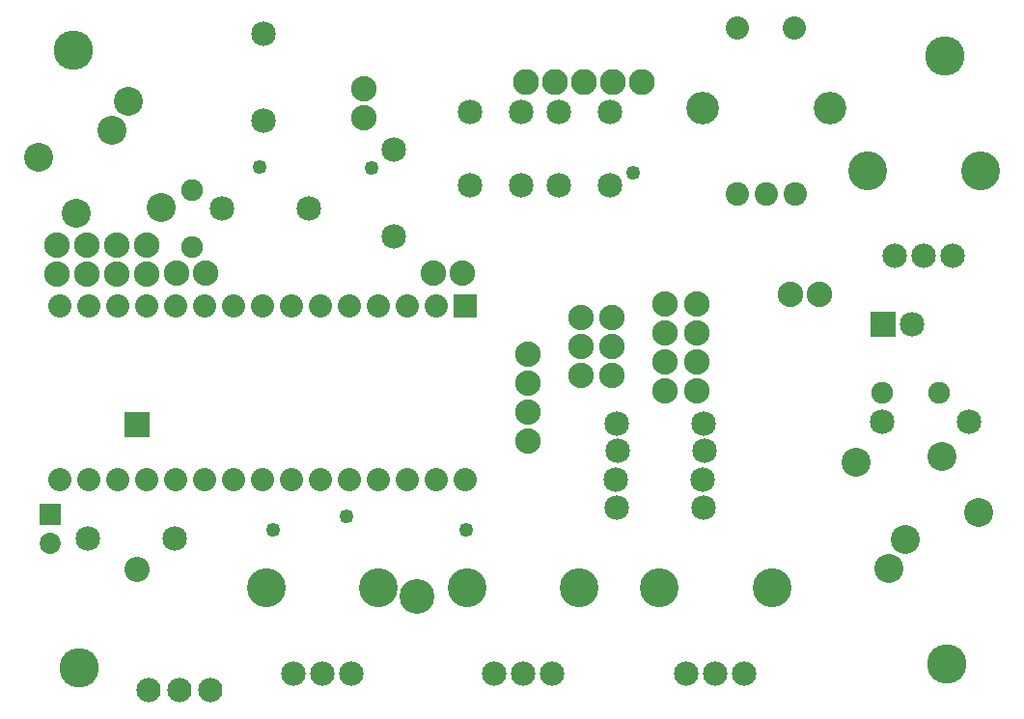
<source format=gbs>
G04 MADE WITH FRITZING*
G04 WWW.FRITZING.ORG*
G04 DOUBLE SIDED*
G04 HOLES PLATED*
G04 CONTOUR ON CENTER OF CONTOUR VECTOR*
%ASAXBY*%
%FSLAX23Y23*%
%MOIN*%
%OFA0B0*%
%SFA1.0B1.0*%
%ADD10C,0.085000*%
%ADD11C,0.080866*%
%ADD12C,0.080000*%
%ADD13C,0.112677*%
%ADD14C,0.087222*%
%ADD15C,0.084000*%
%ADD16C,0.049370*%
%ADD17C,0.089370*%
%ADD18C,0.088000*%
%ADD19C,0.075000*%
%ADD20C,0.084667*%
%ADD21C,0.084695*%
%ADD22C,0.134033*%
%ADD23C,0.100020*%
%ADD24C,0.072992*%
%ADD25C,0.135984*%
%ADD26C,0.120236*%
%ADD27R,0.085000X0.085000*%
%ADD28R,0.087222X0.087222*%
%ADD29R,0.072992X0.072992*%
%ADD30R,0.080000X0.079972*%
%LNMASK0*%
G90*
G70*
G54D10*
X3015Y1394D03*
X3115Y1394D03*
G54D11*
X2513Y1846D03*
X2611Y1846D03*
X2710Y1846D03*
G54D12*
X2512Y2417D03*
X2709Y2417D03*
G54D13*
X2393Y2141D03*
X2830Y2141D03*
G54D14*
X437Y547D03*
X437Y1047D03*
X437Y547D03*
X437Y1047D03*
G54D15*
X478Y133D03*
X585Y133D03*
X692Y133D03*
G54D16*
X1247Y1935D03*
X861Y1937D03*
G54D17*
X2180Y2231D03*
X2080Y2231D03*
X1980Y2231D03*
X1880Y2231D03*
X1780Y2231D03*
G54D16*
X2152Y1917D03*
G54D18*
X1461Y1572D03*
X1561Y1572D03*
X1220Y2207D03*
X1220Y2107D03*
X574Y1572D03*
X674Y1572D03*
G54D19*
X3208Y1157D03*
X3012Y1157D03*
X628Y1661D03*
X628Y1858D03*
G54D20*
X3056Y1631D03*
X3156Y1631D03*
G54D21*
X3256Y1631D03*
G54D22*
X2962Y1926D03*
X3350Y1926D03*
G54D10*
X3311Y1058D03*
X3011Y1058D03*
X732Y1795D03*
X1032Y1795D03*
X876Y2397D03*
X876Y2097D03*
G54D23*
X3036Y553D03*
X3091Y652D03*
X2922Y918D03*
X3217Y938D03*
X3345Y746D03*
X408Y2165D03*
X353Y2066D03*
X522Y1800D03*
X227Y1780D03*
X99Y1972D03*
G54D10*
X1326Y1698D03*
X1326Y1998D03*
G54D16*
X1163Y733D03*
X909Y684D03*
X1574Y684D03*
G54D18*
X1788Y992D03*
X1788Y1092D03*
X1788Y1192D03*
X1788Y1292D03*
G54D24*
X138Y738D03*
X138Y640D03*
G54D25*
X3235Y223D03*
X239Y209D03*
G54D26*
X1404Y454D03*
G54D25*
X217Y2342D03*
X3229Y2322D03*
G54D10*
X1765Y2130D03*
X1765Y1874D03*
X1588Y2130D03*
X1588Y1874D03*
X2072Y2130D03*
X2072Y1874D03*
X1895Y2130D03*
X1895Y1874D03*
X267Y654D03*
X567Y654D03*
X2396Y1053D03*
X2096Y1053D03*
X2397Y957D03*
X2097Y957D03*
X2391Y858D03*
X2091Y858D03*
X2396Y763D03*
X2096Y763D03*
G54D12*
X1570Y1458D03*
X1470Y1458D03*
X1370Y1458D03*
X1270Y1458D03*
X1170Y1458D03*
X1070Y1458D03*
X970Y1458D03*
X870Y1458D03*
X770Y1458D03*
X670Y1458D03*
X570Y1458D03*
X470Y1458D03*
X370Y1458D03*
X270Y1458D03*
X170Y1458D03*
X1570Y858D03*
X1470Y858D03*
X1370Y858D03*
X1270Y858D03*
X1170Y858D03*
X1070Y858D03*
X970Y858D03*
X870Y858D03*
X770Y858D03*
X670Y858D03*
X570Y858D03*
X470Y858D03*
X370Y858D03*
X270Y858D03*
X170Y858D03*
G54D20*
X2336Y188D03*
X2436Y188D03*
G54D21*
X2536Y188D03*
G54D22*
X2242Y484D03*
X2630Y484D03*
G54D20*
X1672Y188D03*
X1772Y188D03*
G54D21*
X1872Y188D03*
G54D22*
X1578Y484D03*
X1966Y484D03*
G54D20*
X978Y190D03*
X1078Y190D03*
G54D21*
X1178Y190D03*
G54D22*
X884Y485D03*
X1272Y485D03*
G54D18*
X1973Y1418D03*
X1973Y1318D03*
X1973Y1218D03*
X2079Y1419D03*
X2079Y1319D03*
X2079Y1219D03*
X2370Y1464D03*
X2370Y1364D03*
X2370Y1264D03*
X2370Y1164D03*
X2262Y1465D03*
X2262Y1365D03*
X2262Y1265D03*
X2262Y1165D03*
X2795Y1499D03*
X2695Y1499D03*
X162Y1669D03*
X162Y1569D03*
X266Y1670D03*
X266Y1570D03*
X472Y1570D03*
X472Y1670D03*
X368Y1570D03*
X368Y1670D03*
G54D27*
X3015Y1394D03*
G54D28*
X437Y1047D03*
X437Y1047D03*
G54D29*
X138Y738D03*
G54D30*
X1570Y1458D03*
G04 End of Mask0*
M02*
</source>
